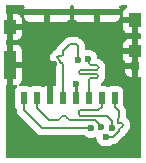
<source format=gbr>
%TF.GenerationSoftware,KiCad,Pcbnew,7.0.7*%
%TF.CreationDate,2023-09-02T11:06:43+09:00*%
%TF.ProjectId,emmc2sd,656d6d63-3273-4642-9e6b-696361645f70,rev?*%
%TF.SameCoordinates,Original*%
%TF.FileFunction,Copper,L1,Top*%
%TF.FilePolarity,Positive*%
%FSLAX46Y46*%
G04 Gerber Fmt 4.6, Leading zero omitted, Abs format (unit mm)*
G04 Created by KiCad (PCBNEW 7.0.7) date 2023-09-02 11:06:43*
%MOMM*%
%LPD*%
G01*
G04 APERTURE LIST*
%TA.AperFunction,SMDPad,CuDef*%
%ADD10R,2.910000X0.550000*%
%TD*%
%TA.AperFunction,SMDPad,CuDef*%
%ADD11R,0.500000X1.000000*%
%TD*%
%TA.AperFunction,SMDPad,CuDef*%
%ADD12R,0.720000X0.780000*%
%TD*%
%TA.AperFunction,SMDPad,CuDef*%
%ADD13R,1.050000X1.200000*%
%TD*%
%TA.AperFunction,SMDPad,CuDef*%
%ADD14R,1.050000X2.390000*%
%TD*%
%TA.AperFunction,SMDPad,CuDef*%
%ADD15R,1.050000X1.080000*%
%TD*%
%TA.AperFunction,ViaPad*%
%ADD16C,0.600000*%
%TD*%
%TA.AperFunction,Conductor*%
%ADD17C,0.150000*%
%TD*%
%TA.AperFunction,Conductor*%
%ADD18C,0.250000*%
%TD*%
%TA.AperFunction,Conductor*%
%ADD19C,0.127000*%
%TD*%
G04 APERTURE END LIST*
D10*
%TO.P,J1,*%
%TO.N,GND*%
X97025000Y-66040000D03*
X101215000Y-66040000D03*
D11*
%TO.P,J1,1,DAT2*%
%TO.N,Net-(J1-DAT2)*%
X102720000Y-73275000D03*
%TO.P,J1,2,DAT3/CD*%
%TO.N,Net-(J1-DAT3{slash}CD)*%
X101620000Y-73275000D03*
%TO.P,J1,3,CMD*%
%TO.N,Net-(J1-CMD)*%
X100520000Y-73275000D03*
%TO.P,J1,4,VDD*%
%TO.N,VDD*%
X99420000Y-73275000D03*
%TO.P,J1,5,CLK*%
%TO.N,Net-(J1-CLK)*%
X98320000Y-73275000D03*
%TO.P,J1,6,VSS*%
%TO.N,GND*%
X97220000Y-73275000D03*
%TO.P,J1,7,DAT0*%
%TO.N,Net-(J1-DAT0)*%
X96120000Y-73275000D03*
%TO.P,J1,8,DAT1*%
%TO.N,Net-(J1-DAT1)*%
X95020000Y-73275000D03*
D12*
%TO.P,J1,9,SHIELD*%
%TO.N,GND*%
X104480000Y-70595000D03*
D13*
%TO.P,J1,MP*%
X93845000Y-67285000D03*
D14*
X93845000Y-70470000D03*
D15*
X104480000Y-69325000D03*
D13*
X104490000Y-66715000D03*
%TD*%
D16*
%TO.N,Net-(J1-DAT2)*%
X101981000Y-76581000D03*
%TO.N,Net-(J1-DAT3{slash}CD)*%
X102515544Y-75794370D03*
%TO.N,Net-(J1-CMD)*%
X100480235Y-70003166D03*
%TO.N,Net-(J1-CLK)*%
X99645982Y-70034053D03*
%TO.N,GND*%
X96901000Y-67437000D03*
X103759000Y-77216000D03*
X97556481Y-70367073D03*
X94615000Y-77216000D03*
X98933000Y-77216000D03*
X101219000Y-67437000D03*
%TO.N,Net-(J1-DAT0)*%
X101569852Y-75782148D03*
%TO.N,Net-(J1-DAT1)*%
X100736587Y-75844587D03*
%TO.N,VDD*%
X99441000Y-72136000D03*
%TD*%
D17*
%TO.N,Net-(J1-DAT2)*%
X103319479Y-75755000D02*
X103299000Y-75755000D01*
X103124000Y-75930000D02*
X103124000Y-76073000D01*
X103049000Y-75405000D02*
X103124000Y-75405000D01*
X103124000Y-74422000D02*
X103124000Y-74930000D01*
X102974000Y-75080000D02*
X102974000Y-75330000D01*
X102616000Y-76581000D02*
X101981000Y-76581000D01*
X103124000Y-75405000D02*
X103319479Y-75405000D01*
X103124000Y-76073000D02*
X102616000Y-76581000D01*
X102720000Y-74018000D02*
X103124000Y-74422000D01*
X102720000Y-73275000D02*
X102720000Y-74018000D01*
X102974000Y-75330000D02*
G75*
G03*
X103049000Y-75405000I75000J0D01*
G01*
X103049000Y-75005000D02*
G75*
G03*
X103124000Y-74930000I0J75000D01*
G01*
X103299000Y-75755000D02*
G75*
G03*
X103124000Y-75930000I0J-175000D01*
G01*
X103319479Y-75754979D02*
G75*
G03*
X103494479Y-75580000I21J174979D01*
G01*
X103494500Y-75580000D02*
G75*
G03*
X103319479Y-75405000I-175000J0D01*
G01*
X103049000Y-75005000D02*
G75*
G03*
X102974000Y-75080000I0J-75000D01*
G01*
%TO.N,Net-(J1-DAT3{slash}CD)*%
X101620000Y-73530000D02*
X101620000Y-73275000D01*
X101620000Y-73275000D02*
X101620000Y-74021000D01*
X99695000Y-74422000D02*
X99695000Y-74676000D01*
X102108000Y-74803000D02*
X102515544Y-75210544D01*
X101346000Y-74295000D02*
X99822000Y-74295000D01*
X99822000Y-74803000D02*
X102108000Y-74803000D01*
X102515544Y-75210544D02*
X102515544Y-75794370D01*
X101620000Y-74021000D02*
X101346000Y-74295000D01*
X99822000Y-74295000D02*
X99695000Y-74422000D01*
X99695000Y-74676000D02*
X99822000Y-74803000D01*
X101445000Y-73705000D02*
G75*
G03*
X101620000Y-73530000I0J175000D01*
G01*
%TO.N,Net-(J1-CMD)*%
X100695000Y-71230000D02*
X99837022Y-71230000D01*
X100695000Y-71580000D02*
X101202952Y-71580000D01*
X101202952Y-71230000D02*
X100695000Y-71230000D01*
X100520000Y-73275000D02*
X100520000Y-71755000D01*
X100520000Y-70880000D02*
X101202952Y-70880000D01*
X101202952Y-70530000D02*
X100695000Y-70530000D01*
X100520000Y-70042931D02*
X100480235Y-70003166D01*
X99837022Y-70880000D02*
X100520000Y-70880000D01*
X100520000Y-70355000D02*
X100520000Y-70042931D01*
X101202952Y-71579952D02*
G75*
G03*
X101377952Y-71405000I48J174952D01*
G01*
X101378000Y-71405000D02*
G75*
G03*
X101202952Y-71230000I-175000J0D01*
G01*
X99662000Y-71055000D02*
G75*
G03*
X99837022Y-71230000I175000J0D01*
G01*
X100520000Y-70355000D02*
G75*
G03*
X100695000Y-70530000I175000J0D01*
G01*
X100695000Y-71580000D02*
G75*
G03*
X100520000Y-71755000I0J-175000D01*
G01*
X99837022Y-70880022D02*
G75*
G03*
X99662022Y-71055000I-22J-174978D01*
G01*
X101202952Y-70879952D02*
G75*
G03*
X101377952Y-70705000I48J174952D01*
G01*
X101378000Y-70705000D02*
G75*
G03*
X101202952Y-70530000I-175000J0D01*
G01*
%TO.N,Net-(J1-CLK)*%
X98221415Y-69756585D02*
X98320000Y-69658000D01*
X98320000Y-69658000D02*
X98320000Y-69320000D01*
X97856599Y-69854017D02*
X97954031Y-69756585D01*
X99441000Y-68707000D02*
X99645982Y-68911982D01*
X97954031Y-69756585D02*
X98221415Y-69756585D01*
X98320000Y-73275000D02*
X98320000Y-70397692D01*
X98320000Y-69320000D02*
X98933000Y-68707000D01*
X98933000Y-68707000D02*
X99441000Y-68707000D01*
X98320000Y-70397692D02*
X98131481Y-70209173D01*
X98131481Y-70209173D02*
X98131481Y-70128900D01*
X99645982Y-68911982D02*
X99645982Y-70034053D01*
X98131481Y-70128900D02*
X97856599Y-69854017D01*
D18*
%TO.N,GND*%
X97556481Y-70367073D02*
X97220000Y-70703554D01*
X97220000Y-70703554D02*
X97220000Y-73275000D01*
D17*
%TO.N,Net-(J1-DAT0)*%
X98736626Y-74987626D02*
X98736626Y-74987625D01*
X101569852Y-75661852D02*
X101092000Y-75184000D01*
X98136626Y-74987625D02*
X98136626Y-74987626D01*
X98540252Y-74791251D02*
X98333000Y-74791251D01*
X101569852Y-75782148D02*
X101569852Y-75661852D01*
X97940252Y-75184000D02*
X97733000Y-75184000D01*
X96120000Y-74149000D02*
X96120000Y-73275000D01*
X101092000Y-75184000D02*
X98933000Y-75184000D01*
X97155000Y-75184000D02*
X96120000Y-74149000D01*
X97733000Y-75184000D02*
X97155000Y-75184000D01*
X98736600Y-74987626D02*
G75*
G03*
X98933000Y-75184000I196400J26D01*
G01*
X98736649Y-74987625D02*
G75*
G03*
X98540252Y-74791251I-196349J25D01*
G01*
X97940252Y-75183926D02*
G75*
G03*
X98136626Y-74987626I48J196326D01*
G01*
X98333000Y-74791226D02*
G75*
G03*
X98136626Y-74987625I0J-196374D01*
G01*
%TO.N,Net-(J1-DAT1)*%
X95020000Y-73275000D02*
X95020000Y-74319000D01*
X95020000Y-74319000D02*
X96545587Y-75844587D01*
X96545587Y-75844587D02*
X100736587Y-75844587D01*
D19*
X95020000Y-73525000D02*
X95020000Y-73275000D01*
D18*
%TO.N,VDD*%
X99441000Y-73254000D02*
X99420000Y-73275000D01*
X99441000Y-72136000D02*
X99441000Y-73254000D01*
%TD*%
%TA.AperFunction,Conductor*%
%TO.N,GND*%
G36*
X95049559Y-65450185D02*
G01*
X95095314Y-65502989D01*
X95105258Y-65572147D01*
X95098702Y-65597832D01*
X95076403Y-65657617D01*
X95076401Y-65657627D01*
X95070000Y-65717155D01*
X95070000Y-65790000D01*
X98980000Y-65790000D01*
X98980000Y-65717172D01*
X98979999Y-65717155D01*
X98973598Y-65657627D01*
X98973596Y-65657617D01*
X98951298Y-65597832D01*
X98946314Y-65528141D01*
X98979800Y-65466818D01*
X99041123Y-65433334D01*
X99067480Y-65430500D01*
X99172520Y-65430500D01*
X99239559Y-65450185D01*
X99285314Y-65502989D01*
X99295258Y-65572147D01*
X99288702Y-65597832D01*
X99266403Y-65657617D01*
X99266401Y-65657627D01*
X99260000Y-65717155D01*
X99260000Y-65790000D01*
X103170000Y-65790000D01*
X103170000Y-65717172D01*
X103169999Y-65717155D01*
X103163598Y-65657627D01*
X103163596Y-65657617D01*
X103141298Y-65597832D01*
X103136314Y-65528141D01*
X103169800Y-65466818D01*
X103231123Y-65433334D01*
X103257480Y-65430500D01*
X103682164Y-65430500D01*
X103749203Y-65450185D01*
X103794958Y-65502989D01*
X103804902Y-65572147D01*
X103775877Y-65635703D01*
X103730568Y-65667161D01*
X103730696Y-65667396D01*
X103728517Y-65668585D01*
X103725498Y-65670682D01*
X103722911Y-65671646D01*
X103722906Y-65671649D01*
X103607812Y-65757809D01*
X103607809Y-65757812D01*
X103521649Y-65872906D01*
X103521645Y-65872913D01*
X103471403Y-66007620D01*
X103471401Y-66007627D01*
X103465000Y-66067155D01*
X103465000Y-66465000D01*
X104616000Y-66465000D01*
X104683039Y-66484685D01*
X104728794Y-66537489D01*
X104740000Y-66589000D01*
X104740000Y-67815000D01*
X104879500Y-67815000D01*
X104946539Y-67834685D01*
X104992294Y-67887489D01*
X105003500Y-67939000D01*
X105003500Y-68161000D01*
X104983815Y-68228039D01*
X104931011Y-68273794D01*
X104879500Y-68285000D01*
X104730000Y-68285000D01*
X104730000Y-71485000D01*
X104879500Y-71485000D01*
X104946539Y-71504685D01*
X104992294Y-71557489D01*
X105003500Y-71609000D01*
X105003500Y-78209500D01*
X104983815Y-78276539D01*
X104931011Y-78322294D01*
X104879500Y-78333500D01*
X93621500Y-78333500D01*
X93554461Y-78313815D01*
X93508706Y-78261011D01*
X93497500Y-78209500D01*
X93497500Y-72289000D01*
X93517185Y-72221961D01*
X93569989Y-72176206D01*
X93587632Y-72172367D01*
X93595000Y-72165000D01*
X94095000Y-72165000D01*
X94377132Y-72165000D01*
X94444171Y-72184685D01*
X94489926Y-72237489D01*
X94499870Y-72306647D01*
X94470845Y-72370203D01*
X94451444Y-72388266D01*
X94412452Y-72417455D01*
X94326206Y-72532664D01*
X94326202Y-72532671D01*
X94275908Y-72667517D01*
X94269501Y-72727116D01*
X94269501Y-72727123D01*
X94269500Y-72727135D01*
X94269500Y-73822870D01*
X94269501Y-73822876D01*
X94275908Y-73882483D01*
X94326202Y-74017328D01*
X94326203Y-74017329D01*
X94326204Y-74017331D01*
X94410646Y-74130131D01*
X94417769Y-74139646D01*
X94415370Y-74141441D01*
X94441665Y-74189596D01*
X94444499Y-74215952D01*
X94444500Y-74277218D01*
X94443969Y-74285320D01*
X94439535Y-74318998D01*
X94444021Y-74353083D01*
X94444023Y-74353098D01*
X94444500Y-74356720D01*
X94458059Y-74459714D01*
X94459313Y-74469235D01*
X94459313Y-74469236D01*
X94501977Y-74572235D01*
X94517302Y-74609234D01*
X94587680Y-74700952D01*
X94587689Y-74700963D01*
X94609546Y-74729448D01*
X94609547Y-74729449D01*
X94609549Y-74729451D01*
X94633053Y-74747486D01*
X94636506Y-74750136D01*
X94642609Y-74755489D01*
X96109107Y-76221987D01*
X96114448Y-76228077D01*
X96135136Y-76255038D01*
X96135135Y-76255038D01*
X96165311Y-76278193D01*
X96165314Y-76278194D01*
X96165316Y-76278196D01*
X96165319Y-76278199D01*
X96255354Y-76347286D01*
X96343677Y-76383870D01*
X96395351Y-76405274D01*
X96507867Y-76420087D01*
X96507868Y-76420087D01*
X96509881Y-76420352D01*
X96509904Y-76420354D01*
X96545587Y-76425052D01*
X96545588Y-76425052D01*
X96555400Y-76423760D01*
X96579270Y-76420617D01*
X96587368Y-76420087D01*
X100128647Y-76420087D01*
X100195686Y-76439772D01*
X100216328Y-76456406D01*
X100234325Y-76474403D01*
X100387065Y-76570376D01*
X100449046Y-76592064D01*
X100557332Y-76629955D01*
X100557337Y-76629956D01*
X100736583Y-76650152D01*
X100736587Y-76650152D01*
X100736591Y-76650152D01*
X100915836Y-76629956D01*
X100915838Y-76629955D01*
X100915842Y-76629955D01*
X100915845Y-76629953D01*
X100915849Y-76629953D01*
X101024129Y-76592064D01*
X101093908Y-76588501D01*
X101154535Y-76623230D01*
X101186763Y-76685223D01*
X101188304Y-76695222D01*
X101195630Y-76760249D01*
X101195631Y-76760254D01*
X101255211Y-76930523D01*
X101274531Y-76961270D01*
X101351184Y-77083262D01*
X101478738Y-77210816D01*
X101631478Y-77306789D01*
X101801745Y-77366368D01*
X101801750Y-77366369D01*
X101980996Y-77386565D01*
X101981000Y-77386565D01*
X101981004Y-77386565D01*
X102160249Y-77366369D01*
X102160252Y-77366368D01*
X102160255Y-77366368D01*
X102330522Y-77306789D01*
X102483262Y-77210816D01*
X102499074Y-77195003D01*
X102560394Y-77161518D01*
X102602937Y-77159745D01*
X102616000Y-77161465D01*
X102651777Y-77156754D01*
X102651809Y-77156751D01*
X102653715Y-77156500D01*
X102653720Y-77156500D01*
X102766236Y-77141687D01*
X102906233Y-77083698D01*
X102906801Y-77083262D01*
X102996268Y-77014612D01*
X102996267Y-77014612D01*
X103004360Y-77008403D01*
X103004364Y-77008398D01*
X103026451Y-76991451D01*
X103047138Y-76964489D01*
X103052480Y-76958398D01*
X103501398Y-76509480D01*
X103507489Y-76504138D01*
X103534451Y-76483451D01*
X103541395Y-76474402D01*
X103551394Y-76461370D01*
X103551405Y-76461358D01*
X103594440Y-76405273D01*
X103626698Y-76363233D01*
X103661505Y-76279198D01*
X103705344Y-76224799D01*
X103707184Y-76223546D01*
X103709530Y-76221979D01*
X103797863Y-76162967D01*
X103902410Y-76058433D01*
X103984552Y-75935510D01*
X104041133Y-75798923D01*
X104069978Y-75653921D01*
X104069978Y-75653918D01*
X104069979Y-75653914D01*
X104069979Y-75631383D01*
X104070000Y-75631308D01*
X104069999Y-75506076D01*
X104065212Y-75482016D01*
X104041153Y-75361071D01*
X103984571Y-75224480D01*
X103902426Y-75101554D01*
X103797876Y-74997017D01*
X103797721Y-74996913D01*
X103754615Y-74968114D01*
X103709807Y-74914504D01*
X103699500Y-74865008D01*
X103699500Y-74463780D01*
X103700031Y-74455678D01*
X103704465Y-74421999D01*
X103703797Y-74416929D01*
X103699766Y-74386313D01*
X103699765Y-74386294D01*
X103699500Y-74384280D01*
X103684687Y-74271764D01*
X103626698Y-74131767D01*
X103594212Y-74089430D01*
X103557612Y-74041732D01*
X103556660Y-74040491D01*
X103556656Y-74040486D01*
X103542678Y-74022271D01*
X103534451Y-74011549D01*
X103534449Y-74011548D01*
X103534449Y-74011547D01*
X103511881Y-73994230D01*
X103470678Y-73937802D01*
X103464078Y-73882597D01*
X103464089Y-73882485D01*
X103464091Y-73882483D01*
X103470500Y-73822873D01*
X103470499Y-72727128D01*
X103464091Y-72667517D01*
X103413796Y-72532669D01*
X103413795Y-72532668D01*
X103413793Y-72532664D01*
X103327547Y-72417455D01*
X103327544Y-72417452D01*
X103212335Y-72331206D01*
X103212328Y-72331202D01*
X103077486Y-72280910D01*
X103077485Y-72280909D01*
X103077483Y-72280909D01*
X103017873Y-72274500D01*
X103017863Y-72274500D01*
X102422129Y-72274500D01*
X102422123Y-72274501D01*
X102362516Y-72280908D01*
X102219359Y-72334303D01*
X102218714Y-72332575D01*
X102161147Y-72345095D01*
X102121011Y-72333310D01*
X102120641Y-72334303D01*
X101977486Y-72280910D01*
X101977485Y-72280909D01*
X101977483Y-72280909D01*
X101917873Y-72274500D01*
X101917864Y-72274500D01*
X101661239Y-72274500D01*
X101594200Y-72254815D01*
X101548445Y-72202011D01*
X101538501Y-72132853D01*
X101567526Y-72069297D01*
X101592367Y-72047386D01*
X101681289Y-71987992D01*
X101681288Y-71987992D01*
X101681295Y-71987988D01*
X101785857Y-71883455D01*
X101868011Y-71760529D01*
X101924601Y-71623936D01*
X101953451Y-71478926D01*
X101953450Y-71478922D01*
X101953452Y-71478917D01*
X101953452Y-71456409D01*
X101953500Y-71456242D01*
X101953499Y-71405000D01*
X101953500Y-71405000D01*
X101953498Y-71331069D01*
X101924647Y-71186050D01*
X101889988Y-71102394D01*
X101882516Y-71032927D01*
X101889986Y-71007485D01*
X101924601Y-70923936D01*
X101940305Y-70845000D01*
X103620000Y-70845000D01*
X103620000Y-71032844D01*
X103626401Y-71092372D01*
X103626403Y-71092379D01*
X103676645Y-71227086D01*
X103676649Y-71227093D01*
X103762809Y-71342187D01*
X103762812Y-71342190D01*
X103877906Y-71428350D01*
X103877913Y-71428354D01*
X104012620Y-71478596D01*
X104012627Y-71478598D01*
X104072155Y-71484999D01*
X104072172Y-71485000D01*
X104230000Y-71485000D01*
X104230000Y-70845000D01*
X103620000Y-70845000D01*
X101940305Y-70845000D01*
X101953451Y-70778926D01*
X101953451Y-70778917D01*
X101953452Y-70778917D01*
X101953452Y-70756409D01*
X101953500Y-70756242D01*
X101953499Y-70705000D01*
X101953500Y-70705000D01*
X101953498Y-70631069D01*
X101924647Y-70486050D01*
X101868054Y-70349448D01*
X101868049Y-70349440D01*
X101785896Y-70226516D01*
X101753019Y-70193648D01*
X101681326Y-70121975D01*
X101558369Y-70039849D01*
X101421752Y-69983293D01*
X101421750Y-69983292D01*
X101369304Y-69972873D01*
X101307385Y-69940502D01*
X101272797Y-69879795D01*
X101270248Y-69865146D01*
X101265603Y-69823911D01*
X101206024Y-69653644D01*
X101156609Y-69575000D01*
X103455000Y-69575000D01*
X103455000Y-69912844D01*
X103461401Y-69972372D01*
X103461403Y-69972379D01*
X103511645Y-70107086D01*
X103511649Y-70107093D01*
X103595266Y-70218790D01*
X103619684Y-70284254D01*
X103620000Y-70293101D01*
X103620000Y-70345000D01*
X104230000Y-70345000D01*
X104230000Y-69575000D01*
X103455000Y-69575000D01*
X101156609Y-69575000D01*
X101110051Y-69500904D01*
X100982497Y-69373350D01*
X100902323Y-69322973D01*
X100829758Y-69277377D01*
X100659489Y-69217797D01*
X100659484Y-69217796D01*
X100480239Y-69197601D01*
X100480231Y-69197601D01*
X100359364Y-69211219D01*
X100290542Y-69199164D01*
X100239163Y-69151815D01*
X100221481Y-69087999D01*
X100221481Y-69075000D01*
X103455000Y-69075000D01*
X104230000Y-69075000D01*
X104230000Y-68285000D01*
X103907155Y-68285000D01*
X103847627Y-68291401D01*
X103847620Y-68291403D01*
X103712913Y-68341645D01*
X103712906Y-68341649D01*
X103597812Y-68427809D01*
X103597809Y-68427812D01*
X103511649Y-68542906D01*
X103511645Y-68542913D01*
X103461403Y-68677620D01*
X103461401Y-68677627D01*
X103455000Y-68737155D01*
X103455000Y-69075000D01*
X100221481Y-69075000D01*
X100221481Y-68953766D01*
X100222012Y-68945664D01*
X100225679Y-68917812D01*
X100226447Y-68911982D01*
X100222812Y-68884380D01*
X100222812Y-68884365D01*
X100221482Y-68874262D01*
X100206669Y-68761746D01*
X100148680Y-68621749D01*
X100098815Y-68556764D01*
X100079594Y-68531714D01*
X100079593Y-68531713D01*
X100077124Y-68528495D01*
X100056431Y-68501529D01*
X100044324Y-68492239D01*
X100029472Y-68480843D01*
X100023382Y-68475502D01*
X99877488Y-68329608D01*
X99872136Y-68323506D01*
X99869486Y-68320053D01*
X99851451Y-68296549D01*
X99851449Y-68296547D01*
X99851448Y-68296546D01*
X99822963Y-68274689D01*
X99822952Y-68274680D01*
X99747476Y-68216765D01*
X99738697Y-68207392D01*
X99591239Y-68146314D01*
X99591237Y-68146313D01*
X99591236Y-68146313D01*
X99537906Y-68139291D01*
X99475098Y-68131023D01*
X99475083Y-68131021D01*
X99448196Y-68127482D01*
X99441000Y-68126535D01*
X99440999Y-68126535D01*
X99440998Y-68126535D01*
X99421965Y-68129040D01*
X99407317Y-68130969D01*
X99399219Y-68131500D01*
X98974781Y-68131500D01*
X98966683Y-68130969D01*
X98937239Y-68127093D01*
X98933001Y-68126535D01*
X98933000Y-68126535D01*
X98928815Y-68127086D01*
X98899419Y-68130955D01*
X98899406Y-68130957D01*
X98895281Y-68131500D01*
X98895280Y-68131500D01*
X98849376Y-68137543D01*
X98782762Y-68146313D01*
X98755428Y-68157635D01*
X98741760Y-68163297D01*
X98700757Y-68180280D01*
X98642768Y-68204300D01*
X98642766Y-68204301D01*
X98553849Y-68272530D01*
X98553824Y-68272549D01*
X98522548Y-68296550D01*
X98501861Y-68323507D01*
X98496510Y-68329608D01*
X97942608Y-68883510D01*
X97936507Y-68888861D01*
X97909550Y-68909548D01*
X97885549Y-68940824D01*
X97885533Y-68940845D01*
X97842266Y-68997233D01*
X97817300Y-69029769D01*
X97756689Y-69176098D01*
X97712848Y-69230501D01*
X97689583Y-69243205D01*
X97663804Y-69253883D01*
X97663800Y-69253885D01*
X97574876Y-69322118D01*
X97574855Y-69322134D01*
X97543579Y-69346135D01*
X97522892Y-69373092D01*
X97517541Y-69379193D01*
X97479211Y-69417523D01*
X97473110Y-69422875D01*
X97446150Y-69443563D01*
X97353898Y-69563786D01*
X97353898Y-69563787D01*
X97295913Y-69703777D01*
X97295910Y-69703788D01*
X97284441Y-69790916D01*
X97277144Y-69846348D01*
X97276134Y-69854017D01*
X97291312Y-69969313D01*
X97295912Y-70004250D01*
X97295912Y-70004252D01*
X97316060Y-70052894D01*
X97353899Y-70144249D01*
X97424552Y-70236326D01*
X97424566Y-70236343D01*
X97446148Y-70264467D01*
X97446148Y-70264468D01*
X97473103Y-70285151D01*
X97479201Y-70290499D01*
X97569393Y-70380692D01*
X97596270Y-70420916D01*
X97603221Y-70437695D01*
X97628783Y-70499406D01*
X97699161Y-70591125D01*
X97699169Y-70591135D01*
X97718875Y-70616815D01*
X97744070Y-70681984D01*
X97744500Y-70692303D01*
X97744500Y-72165141D01*
X97724815Y-72232180D01*
X97672011Y-72277935D01*
X97602853Y-72287879D01*
X97578698Y-72281714D01*
X97577372Y-72281401D01*
X97517844Y-72275000D01*
X97470000Y-72275000D01*
X97470000Y-73401000D01*
X97450315Y-73468039D01*
X97397511Y-73513794D01*
X97346000Y-73525000D01*
X97094000Y-73525000D01*
X97026961Y-73505315D01*
X96981206Y-73452511D01*
X96970000Y-73401000D01*
X96970000Y-72275000D01*
X96922155Y-72275000D01*
X96862627Y-72281401D01*
X96862620Y-72281403D01*
X96719601Y-72334746D01*
X96718924Y-72332931D01*
X96661674Y-72345383D01*
X96620967Y-72333428D01*
X96620641Y-72334303D01*
X96477486Y-72280910D01*
X96477485Y-72280909D01*
X96477483Y-72280909D01*
X96417873Y-72274500D01*
X96417863Y-72274500D01*
X95822129Y-72274500D01*
X95822123Y-72274501D01*
X95762516Y-72280908D01*
X95619359Y-72334303D01*
X95618714Y-72332575D01*
X95561147Y-72345095D01*
X95521011Y-72333310D01*
X95520641Y-72334303D01*
X95377486Y-72280910D01*
X95377485Y-72280909D01*
X95377483Y-72280909D01*
X95317873Y-72274500D01*
X95317864Y-72274500D01*
X94762700Y-72274500D01*
X94695661Y-72254815D01*
X94649906Y-72202011D01*
X94639962Y-72132853D01*
X94668987Y-72069297D01*
X94688390Y-72051232D01*
X94727191Y-72022185D01*
X94813350Y-71907093D01*
X94813354Y-71907086D01*
X94863596Y-71772379D01*
X94863598Y-71772372D01*
X94869999Y-71712844D01*
X94870000Y-71712827D01*
X94870000Y-70720000D01*
X94095000Y-70720000D01*
X94095000Y-72165000D01*
X93595000Y-72165000D01*
X93595000Y-68775000D01*
X94095000Y-68775000D01*
X94095000Y-70220000D01*
X94870000Y-70220000D01*
X94870000Y-69227172D01*
X94869999Y-69227155D01*
X94863598Y-69167627D01*
X94863596Y-69167620D01*
X94813354Y-69032913D01*
X94813350Y-69032906D01*
X94727190Y-68917812D01*
X94727187Y-68917809D01*
X94612093Y-68831649D01*
X94612086Y-68831645D01*
X94477379Y-68781403D01*
X94477372Y-68781401D01*
X94417844Y-68775000D01*
X94095000Y-68775000D01*
X93595000Y-68775000D01*
X93595000Y-68774999D01*
X93583983Y-68763983D01*
X93554461Y-68755315D01*
X93508706Y-68702511D01*
X93497500Y-68651000D01*
X93497500Y-68509000D01*
X93517185Y-68441961D01*
X93569989Y-68396206D01*
X93587632Y-68392367D01*
X93595000Y-68385000D01*
X93595000Y-67535000D01*
X94095000Y-67535000D01*
X94095000Y-68385000D01*
X94417828Y-68385000D01*
X94417844Y-68384999D01*
X94477372Y-68378598D01*
X94477379Y-68378596D01*
X94612086Y-68328354D01*
X94612093Y-68328350D01*
X94727187Y-68242190D01*
X94727190Y-68242187D01*
X94813350Y-68127093D01*
X94813354Y-68127086D01*
X94863596Y-67992379D01*
X94863598Y-67992372D01*
X94869999Y-67932844D01*
X94870000Y-67932827D01*
X94870000Y-67535000D01*
X94095000Y-67535000D01*
X93595000Y-67535000D01*
X93595000Y-66185000D01*
X94095000Y-66185000D01*
X94095000Y-67035000D01*
X94870000Y-67035000D01*
X94870000Y-66965000D01*
X103465000Y-66965000D01*
X103465000Y-67362844D01*
X103471401Y-67422372D01*
X103471403Y-67422379D01*
X103521645Y-67557086D01*
X103521649Y-67557093D01*
X103607809Y-67672187D01*
X103607812Y-67672190D01*
X103722906Y-67758350D01*
X103722913Y-67758354D01*
X103857620Y-67808596D01*
X103857627Y-67808598D01*
X103917155Y-67814999D01*
X103917172Y-67815000D01*
X104240000Y-67815000D01*
X104240000Y-66965000D01*
X103465000Y-66965000D01*
X94870000Y-66965000D01*
X94870000Y-66637172D01*
X94869999Y-66637155D01*
X94863598Y-66577627D01*
X94863596Y-66577620D01*
X94813354Y-66442913D01*
X94813350Y-66442906D01*
X94727190Y-66327812D01*
X94727187Y-66327809D01*
X94676681Y-66290000D01*
X95070000Y-66290000D01*
X95070000Y-66362844D01*
X95076401Y-66422372D01*
X95076403Y-66422379D01*
X95126645Y-66557086D01*
X95126649Y-66557093D01*
X95212809Y-66672187D01*
X95212812Y-66672190D01*
X95327906Y-66758350D01*
X95327913Y-66758354D01*
X95462620Y-66808596D01*
X95462627Y-66808598D01*
X95522155Y-66814999D01*
X95522172Y-66815000D01*
X96775000Y-66815000D01*
X96775000Y-66290000D01*
X97275000Y-66290000D01*
X97275000Y-66815000D01*
X98527828Y-66815000D01*
X98527844Y-66814999D01*
X98587372Y-66808598D01*
X98587379Y-66808596D01*
X98722086Y-66758354D01*
X98722093Y-66758350D01*
X98837187Y-66672190D01*
X98837190Y-66672187D01*
X98923350Y-66557093D01*
X98923354Y-66557086D01*
X98973596Y-66422379D01*
X98973598Y-66422372D01*
X98979999Y-66362844D01*
X98980000Y-66362827D01*
X98980000Y-66290000D01*
X99260000Y-66290000D01*
X99260000Y-66362844D01*
X99266401Y-66422372D01*
X99266403Y-66422379D01*
X99316645Y-66557086D01*
X99316649Y-66557093D01*
X99402809Y-66672187D01*
X99402812Y-66672190D01*
X99517906Y-66758350D01*
X99517913Y-66758354D01*
X99652620Y-66808596D01*
X99652627Y-66808598D01*
X99712155Y-66814999D01*
X99712172Y-66815000D01*
X100965000Y-66815000D01*
X100965000Y-66290000D01*
X101465000Y-66290000D01*
X101465000Y-66815000D01*
X102717828Y-66815000D01*
X102717844Y-66814999D01*
X102777372Y-66808598D01*
X102777379Y-66808596D01*
X102912086Y-66758354D01*
X102912093Y-66758350D01*
X103027187Y-66672190D01*
X103027190Y-66672187D01*
X103113350Y-66557093D01*
X103113354Y-66557086D01*
X103163596Y-66422379D01*
X103163598Y-66422372D01*
X103169999Y-66362844D01*
X103170000Y-66362827D01*
X103170000Y-66290000D01*
X101465000Y-66290000D01*
X100965000Y-66290000D01*
X99260000Y-66290000D01*
X98980000Y-66290000D01*
X97275000Y-66290000D01*
X96775000Y-66290000D01*
X95070000Y-66290000D01*
X94676681Y-66290000D01*
X94612093Y-66241649D01*
X94612086Y-66241645D01*
X94477379Y-66191403D01*
X94477372Y-66191401D01*
X94417844Y-66185000D01*
X94095000Y-66185000D01*
X93595000Y-66185000D01*
X93583983Y-66173983D01*
X93554461Y-66165315D01*
X93508706Y-66112511D01*
X93497500Y-66061000D01*
X93497500Y-65554500D01*
X93517185Y-65487461D01*
X93569989Y-65441706D01*
X93621500Y-65430500D01*
X94982520Y-65430500D01*
X95049559Y-65450185D01*
G37*
%TD.AperFunction*%
%TD*%
M02*

</source>
